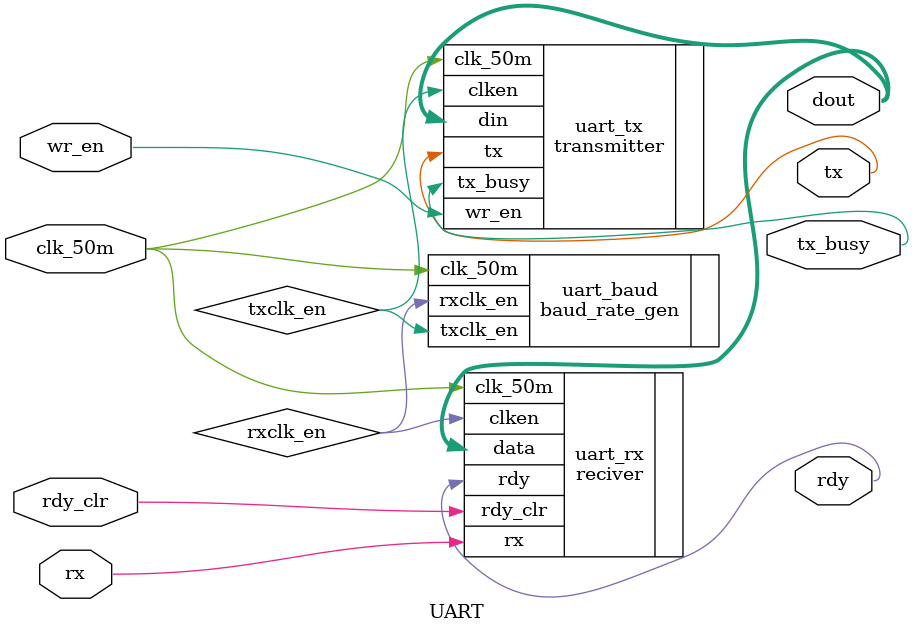
<source format=v>
`timescale 1ns / 1ps


module UART(
               input wire wr_en,
               input wire clk_50m,
               output wire tx,
               output wire tx_busy,
               input wire rx,
               output wire rdy,
               input wire rdy_clr,
               output wire [7:0] dout);
 
 wire rxclk_en, txclk_en;
 
        baud_rate_gen uart_baud(.clk_50m(clk_50m),
                                .rxclk_en(rxclk_en),
                                .txclk_en(txclk_en));
                                
         transmitter uart_tx(.din(dout),
                             .wr_en(wr_en),
                             .clk_50m(clk_50m),
                             .clken(txclk_en),
                             .tx(tx),
                             .tx_busy(tx_busy));
                                                       
           reciver uart_rx(.rx(rx),
                           .rdy(rdy),
                           .rdy_clr(rdy_clr),
                           .clk_50m(clk_50m),
                           .clken(rxclk_en),
                           .data(dout));
                           
   endmodule
</source>
